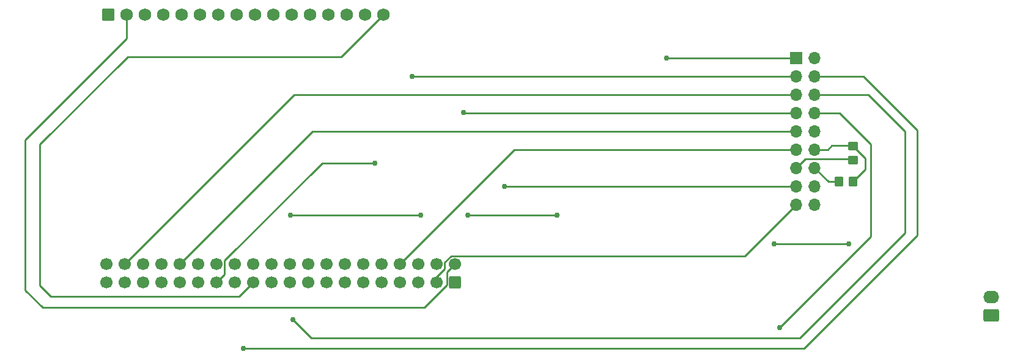
<source format=gbr>
%TF.GenerationSoftware,KiCad,Pcbnew,(6.0.4)*%
%TF.CreationDate,2023-03-10T15:04:28-05:00*%
%TF.ProjectId,Pi_part,50695f70-6172-4742-9e6b-696361645f70,v01*%
%TF.SameCoordinates,Original*%
%TF.FileFunction,Copper,L1,Top*%
%TF.FilePolarity,Positive*%
%FSLAX46Y46*%
G04 Gerber Fmt 4.6, Leading zero omitted, Abs format (unit mm)*
G04 Created by KiCad (PCBNEW (6.0.4)) date 2023-03-10 15:04:28*
%MOMM*%
%LPD*%
G01*
G04 APERTURE LIST*
G04 Aperture macros list*
%AMRoundRect*
0 Rectangle with rounded corners*
0 $1 Rounding radius*
0 $2 $3 $4 $5 $6 $7 $8 $9 X,Y pos of 4 corners*
0 Add a 4 corners polygon primitive as box body*
4,1,4,$2,$3,$4,$5,$6,$7,$8,$9,$2,$3,0*
0 Add four circle primitives for the rounded corners*
1,1,$1+$1,$2,$3*
1,1,$1+$1,$4,$5*
1,1,$1+$1,$6,$7*
1,1,$1+$1,$8,$9*
0 Add four rect primitives between the rounded corners*
20,1,$1+$1,$2,$3,$4,$5,0*
20,1,$1+$1,$4,$5,$6,$7,0*
20,1,$1+$1,$6,$7,$8,$9,0*
20,1,$1+$1,$8,$9,$2,$3,0*%
G04 Aperture macros list end*
%TA.AperFunction,ComponentPad*%
%ADD10RoundRect,0.250000X0.845000X-0.620000X0.845000X0.620000X-0.845000X0.620000X-0.845000X-0.620000X0*%
%TD*%
%TA.AperFunction,ComponentPad*%
%ADD11O,2.190000X1.740000*%
%TD*%
%TA.AperFunction,SMDPad,CuDef*%
%ADD12RoundRect,0.250000X0.450000X-0.350000X0.450000X0.350000X-0.450000X0.350000X-0.450000X-0.350000X0*%
%TD*%
%TA.AperFunction,ComponentPad*%
%ADD13R,1.700000X1.700000*%
%TD*%
%TA.AperFunction,ComponentPad*%
%ADD14O,1.700000X1.700000*%
%TD*%
%TA.AperFunction,ComponentPad*%
%ADD15RoundRect,0.250000X-0.620000X-0.620000X0.620000X-0.620000X0.620000X0.620000X-0.620000X0.620000X0*%
%TD*%
%TA.AperFunction,ComponentPad*%
%ADD16C,1.740000*%
%TD*%
%TA.AperFunction,SMDPad,CuDef*%
%ADD17RoundRect,0.250000X0.350000X0.450000X-0.350000X0.450000X-0.350000X-0.450000X0.350000X-0.450000X0*%
%TD*%
%TA.AperFunction,ComponentPad*%
%ADD18RoundRect,0.250000X0.600000X-0.600000X0.600000X0.600000X-0.600000X0.600000X-0.600000X-0.600000X0*%
%TD*%
%TA.AperFunction,ComponentPad*%
%ADD19C,1.700000*%
%TD*%
%TA.AperFunction,ViaPad*%
%ADD20C,0.762000*%
%TD*%
%TA.AperFunction,Conductor*%
%ADD21C,0.254000*%
%TD*%
G04 APERTURE END LIST*
D10*
%TO.P,J3,1,Pin_1*%
%TO.N,UART_Pi*%
X215181502Y-122783949D03*
D11*
%TO.P,J3,2,Pin_2*%
%TO.N,GND*%
X215181502Y-120243949D03*
%TD*%
D12*
%TO.P,R1,1*%
%TO.N,GND*%
X196053502Y-101325949D03*
%TO.P,R1,2*%
%TO.N,Net-(J1-Pad12)*%
X196053502Y-99325949D03*
%TD*%
D13*
%TO.P,J1,1,Pin_1*%
%TO.N,DB7*%
X188248502Y-87125949D03*
D14*
%TO.P,J1,2,Pin_2*%
%TO.N,DB6*%
X190788502Y-87125949D03*
%TO.P,J1,3,Pin_3*%
%TO.N,DB5*%
X188248502Y-89665949D03*
%TO.P,J1,4,Pin_4*%
%TO.N,DB4*%
X190788502Y-89665949D03*
%TO.P,J1,5,Pin_5*%
%TO.N,DB3*%
X188248502Y-92205949D03*
%TO.P,J1,6,Pin_6*%
%TO.N,DB2*%
X190788502Y-92205949D03*
%TO.P,J1,7,Pin_7*%
%TO.N,DB1*%
X188248502Y-94745949D03*
%TO.P,J1,8,Pin_8*%
%TO.N,DB0*%
X190788502Y-94745949D03*
%TO.P,J1,9,Pin_9*%
%TO.N,E1*%
X188248502Y-97285949D03*
%TO.P,J1,10,Pin_10*%
%TO.N,R{slash}W*%
X190788502Y-97285949D03*
%TO.P,J1,11,Pin_11*%
%TO.N,RS*%
X188248502Y-99825949D03*
%TO.P,J1,12,Pin_12*%
%TO.N,Net-(J1-Pad12)*%
X190788502Y-99825949D03*
%TO.P,J1,13,Pin_13*%
%TO.N,GND*%
X188248502Y-102365949D03*
%TO.P,J1,14,Pin_14*%
%TO.N,VDD*%
X190788502Y-102365949D03*
%TO.P,J1,15,Pin_15*%
%TO.N,E2*%
X188248502Y-104905949D03*
%TO.P,J1,16,Pin_16*%
%TO.N,unconnected-(J1-Pad16)*%
X190788502Y-104905949D03*
%TO.P,J1,17,Pin_17*%
%TO.N,VDD*%
X188248502Y-107445949D03*
%TO.P,J1,18,Pin_18*%
%TO.N,GND*%
X190788502Y-107445949D03*
%TD*%
D15*
%TO.P,J4,1,Pin_1*%
%TO.N,GND*%
X92983502Y-81125949D03*
D16*
%TO.P,J4,2,Pin_2*%
%TO.N,V33*%
X95523502Y-81125949D03*
%TO.P,J4,3,Pin_3*%
%TO.N,unconnected-(J4-Pad3)*%
X98063502Y-81125949D03*
%TO.P,J4,4,Pin_4*%
%TO.N,unconnected-(J4-Pad4)*%
X100603502Y-81125949D03*
%TO.P,J4,5,Pin_5*%
%TO.N,unconnected-(J4-Pad5)*%
X103143502Y-81125949D03*
%TO.P,J4,6,Pin_6*%
%TO.N,unconnected-(J4-Pad6)*%
X105683502Y-81125949D03*
%TO.P,J4,7,Pin_7*%
%TO.N,unconnected-(J4-Pad7)*%
X108223502Y-81125949D03*
%TO.P,J4,8,Pin_8*%
%TO.N,unconnected-(J4-Pad8)*%
X110763502Y-81125949D03*
%TO.P,J4,9,Pin_9*%
%TO.N,unconnected-(J4-Pad9)*%
X113303502Y-81125949D03*
%TO.P,J4,10,Pin_10*%
%TO.N,unconnected-(J4-Pad10)*%
X115843502Y-81125949D03*
%TO.P,J4,11,Pin_11*%
%TO.N,unconnected-(J4-Pad11)*%
X118383502Y-81125949D03*
%TO.P,J4,12,Pin_12*%
%TO.N,SCL*%
X120923502Y-81125949D03*
%TO.P,J4,13,Pin_13*%
%TO.N,unconnected-(J4-Pad13)*%
X123463502Y-81125949D03*
%TO.P,J4,14,Pin_14*%
%TO.N,SDI*%
X126003502Y-81125949D03*
%TO.P,J4,15,Pin_15*%
%TO.N,unconnected-(J4-Pad15)*%
X128543502Y-81125949D03*
%TO.P,J4,16,Pin_16*%
%TO.N,CS*%
X131083502Y-81125949D03*
%TD*%
D17*
%TO.P,R2,1*%
%TO.N,Net-(J1-Pad12)*%
X196103502Y-104265949D03*
%TO.P,R2,2*%
%TO.N,VDD*%
X194103502Y-104265949D03*
%TD*%
D18*
%TO.P,J2,1,Pin_1*%
%TO.N,unconnected-(J2-Pad1)*%
X140973502Y-118225949D03*
D19*
%TO.P,J2,2,Pin_2*%
%TO.N,V33*%
X140973502Y-115685949D03*
%TO.P,J2,3,Pin_3*%
%TO.N,VDD*%
X138433502Y-118225949D03*
%TO.P,J2,4,Pin_4*%
%TO.N,DB6*%
X138433502Y-115685949D03*
%TO.P,J2,5,Pin_5*%
%TO.N,GND*%
X135893502Y-118225949D03*
%TO.P,J2,6,Pin_6*%
%TO.N,DB7*%
X135893502Y-115685949D03*
%TO.P,J2,7,Pin_7*%
%TO.N,unconnected-(J2-Pad7)*%
X133353502Y-118225949D03*
%TO.P,J2,8,Pin_8*%
%TO.N,RS*%
X133353502Y-115685949D03*
%TO.P,J2,9,Pin_9*%
%TO.N,UART_Pi*%
X130813502Y-118225949D03*
%TO.P,J2,10,Pin_10*%
%TO.N,unconnected-(J2-Pad10)*%
X130813502Y-115685949D03*
%TO.P,J2,11,Pin_11*%
%TO.N,unconnected-(J2-Pad11)*%
X128273502Y-118225949D03*
%TO.P,J2,12,Pin_12*%
%TO.N,unconnected-(J2-Pad12)*%
X128273502Y-115685949D03*
%TO.P,J2,13,Pin_13*%
%TO.N,unconnected-(J2-Pad13)*%
X125733502Y-118225949D03*
%TO.P,J2,14,Pin_14*%
%TO.N,E2*%
X125733502Y-115685949D03*
%TO.P,J2,15,Pin_15*%
%TO.N,DB0*%
X123193502Y-118225949D03*
%TO.P,J2,16,Pin_16*%
%TO.N,unconnected-(J2-Pad16)*%
X123193502Y-115685949D03*
%TO.P,J2,17,Pin_17*%
%TO.N,DB1*%
X120653502Y-118225949D03*
%TO.P,J2,18,Pin_18*%
%TO.N,unconnected-(J2-Pad18)*%
X120653502Y-115685949D03*
%TO.P,J2,19,Pin_19*%
%TO.N,unconnected-(J2-Pad19)*%
X118113502Y-118225949D03*
%TO.P,J2,20,Pin_20*%
%TO.N,SDI*%
X118113502Y-115685949D03*
%TO.P,J2,21,Pin_21*%
%TO.N,DB2*%
X115573502Y-118225949D03*
%TO.P,J2,22,Pin_22*%
%TO.N,unconnected-(J2-Pad22)*%
X115573502Y-115685949D03*
%TO.P,J2,23,Pin_23*%
%TO.N,CS*%
X113033502Y-118225949D03*
%TO.P,J2,24,Pin_24*%
%TO.N,SCL*%
X113033502Y-115685949D03*
%TO.P,J2,25,Pin_25*%
%TO.N,unconnected-(J2-Pad25)*%
X110493502Y-118225949D03*
%TO.P,J2,26,Pin_26*%
%TO.N,unconnected-(J2-Pad26)*%
X110493502Y-115685949D03*
%TO.P,J2,27,Pin_27*%
%TO.N,DB5*%
X107953502Y-118225949D03*
%TO.P,J2,28,Pin_28*%
%TO.N,DB4*%
X107953502Y-115685949D03*
%TO.P,J2,29,Pin_29*%
%TO.N,unconnected-(J2-Pad29)*%
X105413502Y-118225949D03*
%TO.P,J2,30,Pin_30*%
%TO.N,R{slash}W*%
X105413502Y-115685949D03*
%TO.P,J2,31,Pin_31*%
%TO.N,unconnected-(J2-Pad31)*%
X102873502Y-118225949D03*
%TO.P,J2,32,Pin_32*%
%TO.N,E1*%
X102873502Y-115685949D03*
%TO.P,J2,33,Pin_33*%
%TO.N,unconnected-(J2-Pad33)*%
X100333502Y-118225949D03*
%TO.P,J2,34,Pin_34*%
%TO.N,unconnected-(J2-Pad34)*%
X100333502Y-115685949D03*
%TO.P,J2,35,Pin_35*%
%TO.N,unconnected-(J2-Pad35)*%
X97793502Y-118225949D03*
%TO.P,J2,36,Pin_36*%
%TO.N,unconnected-(J2-Pad36)*%
X97793502Y-115685949D03*
%TO.P,J2,37,Pin_37*%
%TO.N,unconnected-(J2-Pad37)*%
X95253502Y-118225949D03*
%TO.P,J2,38,Pin_38*%
%TO.N,DB3*%
X95253502Y-115685949D03*
%TO.P,J2,39,Pin_39*%
%TO.N,unconnected-(J2-Pad39)*%
X92713502Y-118225949D03*
%TO.P,J2,40,Pin_40*%
%TO.N,unconnected-(J2-Pad40)*%
X92713502Y-115685949D03*
%TD*%
D20*
%TO.N,DB7*%
X170283502Y-87185949D03*
%TO.N,DB6*%
X185183502Y-112875949D03*
X195473502Y-112875949D03*
%TO.N,DB5*%
X129883502Y-101735949D03*
X135023502Y-89695949D03*
%TO.N,DB4*%
X111703502Y-127415949D03*
%TO.N,DB2*%
X118533502Y-123375949D03*
%TO.N,DB1*%
X142133502Y-94735949D03*
%TO.N,DB0*%
X185953502Y-124465949D03*
%TO.N,R{slash}W*%
X118183502Y-108955949D03*
X142763502Y-108935949D03*
X155083502Y-108935949D03*
X136203502Y-108945949D03*
%TO.N,E2*%
X147783502Y-104905949D03*
%TD*%
D21*
%TO.N,GND*%
X195873502Y-101145949D02*
X196053502Y-101325949D01*
X189468502Y-101145949D02*
X195873502Y-101145949D01*
X188248502Y-102365949D02*
X189468502Y-101145949D01*
%TO.N,V33*%
X81473502Y-98515949D02*
X81473502Y-119335949D01*
X139844582Y-118594869D02*
X139844582Y-116814869D01*
X81473502Y-119335949D02*
X83883502Y-121745949D01*
X95523502Y-84465949D02*
X81473502Y-98515949D01*
X83883502Y-121745949D02*
X136693502Y-121745949D01*
X136693502Y-121745949D02*
X139844582Y-118594869D01*
X139844582Y-116814869D02*
X140973502Y-115685949D01*
X95523502Y-81125949D02*
X95523502Y-84465949D01*
%TO.N,DB7*%
X188248502Y-87125949D02*
X170343502Y-87125949D01*
X170343502Y-87125949D02*
X170283502Y-87185949D01*
%TO.N,DB6*%
X195473502Y-112875949D02*
X185383502Y-112875949D01*
%TO.N,DB5*%
X129883502Y-101735949D02*
X122564802Y-101735949D01*
X109082413Y-117097038D02*
X107953502Y-118225949D01*
X109082413Y-115218338D02*
X109082413Y-117097038D01*
X122564802Y-101735949D02*
X109082413Y-115218338D01*
X188248502Y-89665949D02*
X135053502Y-89665949D01*
X135053502Y-89665949D02*
X135023502Y-89695949D01*
%TO.N,DB4*%
X189283502Y-127405949D02*
X184453502Y-127405949D01*
X204993502Y-111695949D02*
X201843502Y-114845949D01*
X201843502Y-114845949D02*
X189283502Y-127405949D01*
X204993502Y-97115949D02*
X204993502Y-111695949D01*
X111913502Y-127405949D02*
X111903502Y-127415949D01*
X184453502Y-127405949D02*
X111913502Y-127405949D01*
X197543502Y-89665949D02*
X204993502Y-97115949D01*
X190788502Y-89665949D02*
X197543502Y-89665949D01*
X111903502Y-127415949D02*
X111703502Y-127415949D01*
%TO.N,DB3*%
X95253502Y-115685949D02*
X118733502Y-92205949D01*
X118733502Y-92205949D02*
X188248502Y-92205949D01*
%TO.N,DB2*%
X118533502Y-123435949D02*
X118533502Y-123375949D01*
X186113502Y-125935949D02*
X137393502Y-125935949D01*
X198163502Y-92205949D02*
X203303502Y-97345949D01*
X137393502Y-125935949D02*
X121033502Y-125935949D01*
X118873502Y-123775949D02*
X118533502Y-123435949D01*
X188713502Y-125935949D02*
X186113502Y-125935949D01*
X190788502Y-92205949D02*
X198163502Y-92205949D01*
X203153502Y-111495949D02*
X188713502Y-125935949D01*
X203303502Y-97345949D02*
X203303502Y-111345949D01*
X203303502Y-111345949D02*
X203153502Y-111495949D01*
X121033502Y-125935949D02*
X118873502Y-123775949D01*
%TO.N,DB1*%
X188248502Y-94745949D02*
X142143502Y-94745949D01*
X142143502Y-94745949D02*
X142133502Y-94735949D01*
%TO.N,DB0*%
X198523502Y-111895949D02*
X198523502Y-99075949D01*
X194193502Y-94745949D02*
X190788502Y-94745949D01*
X198523502Y-99075949D02*
X194193502Y-94745949D01*
X185953502Y-124465949D02*
X198523502Y-111895949D01*
%TO.N,E1*%
X188248502Y-97285949D02*
X121273502Y-97285949D01*
X121273502Y-97285949D02*
X102873502Y-115685949D01*
%TO.N,R{slash}W*%
X154903502Y-109055949D02*
X154783502Y-108935949D01*
X118183502Y-108955949D02*
X136193502Y-108955949D01*
X155083502Y-108935949D02*
X154933502Y-109085949D01*
X136193502Y-108955949D02*
X136203502Y-108945949D01*
X142893502Y-108805949D02*
X142763502Y-108935949D01*
X154783502Y-108935949D02*
X142943502Y-108935949D01*
%TO.N,RS*%
X134888333Y-114151118D02*
X134894333Y-114151118D01*
X134894333Y-114151118D02*
X149219502Y-99825949D01*
X133353502Y-115685949D02*
X134888333Y-114151118D01*
X149219502Y-99825949D02*
X188248502Y-99825949D01*
%TO.N,VDD*%
X194103502Y-104265949D02*
X192688502Y-104265949D01*
X139562413Y-116341038D02*
X138433502Y-117469949D01*
X181137413Y-114557038D02*
X140423324Y-114557038D01*
X138433502Y-117469949D02*
X138433502Y-118225949D01*
X140423324Y-114557038D02*
X139562413Y-115417949D01*
X192703502Y-104280949D02*
X190788502Y-102365949D01*
X188248502Y-107445949D02*
X181137413Y-114557038D01*
X139562413Y-115417949D02*
X139562413Y-116341038D01*
%TO.N,E2*%
X188248502Y-104905949D02*
X147983502Y-104905949D01*
%TO.N,CS*%
X83503502Y-99135949D02*
X83503502Y-118675949D01*
X125223502Y-86985949D02*
X95653502Y-86985949D01*
X131083502Y-81125949D02*
X125223502Y-86985949D01*
X95653502Y-86985949D02*
X83503502Y-99135949D01*
X83503502Y-118675949D02*
X84983502Y-120155949D01*
X84983502Y-120155949D02*
X111103502Y-120155949D01*
X111103502Y-120155949D02*
X113033502Y-118225949D01*
%TO.N,Net-(J1-Pad12)*%
X193153502Y-99305949D02*
X196033502Y-99305949D01*
X197763502Y-102605949D02*
X196103502Y-104265949D01*
X196053502Y-99325949D02*
X197763502Y-101035949D01*
X190788502Y-99825949D02*
X192633502Y-99825949D01*
X197763502Y-101035949D02*
X197763502Y-102605949D01*
X196033502Y-99305949D02*
X196053502Y-99325949D01*
X192633502Y-99825949D02*
X193153502Y-99305949D01*
%TD*%
M02*

</source>
